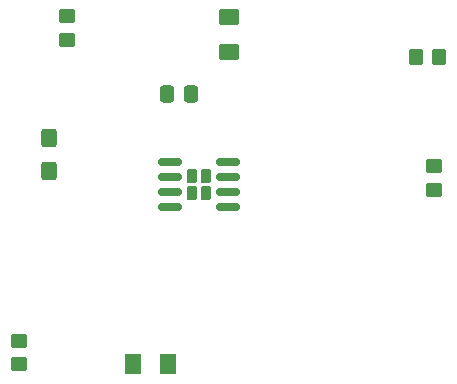
<source format=gbr>
%TF.GenerationSoftware,KiCad,Pcbnew,(6.0.10)*%
%TF.CreationDate,2023-02-17T09:21:36-08:00*%
%TF.ProjectId,Exercise2,45786572-6369-4736-9532-2e6b69636164,rev?*%
%TF.SameCoordinates,Original*%
%TF.FileFunction,Paste,Top*%
%TF.FilePolarity,Positive*%
%FSLAX46Y46*%
G04 Gerber Fmt 4.6, Leading zero omitted, Abs format (unit mm)*
G04 Created by KiCad (PCBNEW (6.0.10)) date 2023-02-17 09:21:36*
%MOMM*%
%LPD*%
G01*
G04 APERTURE LIST*
G04 Aperture macros list*
%AMRoundRect*
0 Rectangle with rounded corners*
0 $1 Rounding radius*
0 $2 $3 $4 $5 $6 $7 $8 $9 X,Y pos of 4 corners*
0 Add a 4 corners polygon primitive as box body*
4,1,4,$2,$3,$4,$5,$6,$7,$8,$9,$2,$3,0*
0 Add four circle primitives for the rounded corners*
1,1,$1+$1,$2,$3*
1,1,$1+$1,$4,$5*
1,1,$1+$1,$6,$7*
1,1,$1+$1,$8,$9*
0 Add four rect primitives between the rounded corners*
20,1,$1+$1,$2,$3,$4,$5,0*
20,1,$1+$1,$4,$5,$6,$7,0*
20,1,$1+$1,$6,$7,$8,$9,0*
20,1,$1+$1,$8,$9,$2,$3,0*%
G04 Aperture macros list end*
%ADD10RoundRect,0.250000X0.337500X0.475000X-0.337500X0.475000X-0.337500X-0.475000X0.337500X-0.475000X0*%
%ADD11RoundRect,0.250000X-0.450000X0.350000X-0.450000X-0.350000X0.450000X-0.350000X0.450000X0.350000X0*%
%ADD12RoundRect,0.230000X-0.230000X-0.375000X0.230000X-0.375000X0.230000X0.375000X-0.230000X0.375000X0*%
%ADD13RoundRect,0.150000X-0.825000X-0.150000X0.825000X-0.150000X0.825000X0.150000X-0.825000X0.150000X0*%
%ADD14RoundRect,0.250000X-0.350000X-0.450000X0.350000X-0.450000X0.350000X0.450000X-0.350000X0.450000X0*%
%ADD15RoundRect,0.250001X0.462499X0.624999X-0.462499X0.624999X-0.462499X-0.624999X0.462499X-0.624999X0*%
%ADD16RoundRect,0.250000X0.425000X-0.537500X0.425000X0.537500X-0.425000X0.537500X-0.425000X-0.537500X0*%
%ADD17RoundRect,0.250001X-0.624999X0.462499X-0.624999X-0.462499X0.624999X-0.462499X0.624999X0.462499X0*%
G04 APERTURE END LIST*
D10*
%TO.C,C2*%
X113612500Y-73660000D03*
X111537500Y-73660000D03*
%TD*%
D11*
%TO.C,R4*%
X99060000Y-94520000D03*
X99060000Y-96520000D03*
%TD*%
D12*
%TO.C,U1*%
X114870000Y-82030000D03*
X114870000Y-80530000D03*
X113730000Y-80530000D03*
X113730000Y-82030000D03*
D13*
X111825000Y-79375000D03*
X111825000Y-80645000D03*
X111825000Y-81915000D03*
X111825000Y-83185000D03*
X116775000Y-83185000D03*
X116775000Y-81915000D03*
X116775000Y-80645000D03*
X116775000Y-79375000D03*
%TD*%
D14*
%TO.C,R1*%
X132620000Y-70495000D03*
X134620000Y-70495000D03*
%TD*%
D15*
%TO.C,D2*%
X111647500Y-96520000D03*
X108672500Y-96520000D03*
%TD*%
D11*
%TO.C,R3*%
X103070000Y-67040000D03*
X103070000Y-69040000D03*
%TD*%
D16*
%TO.C,C1*%
X101600000Y-80177500D03*
X101600000Y-77302500D03*
%TD*%
D17*
%TO.C,D1*%
X116840000Y-67092500D03*
X116840000Y-70067500D03*
%TD*%
D11*
%TO.C,R2*%
X134210000Y-79740000D03*
X134210000Y-81740000D03*
%TD*%
M02*

</source>
